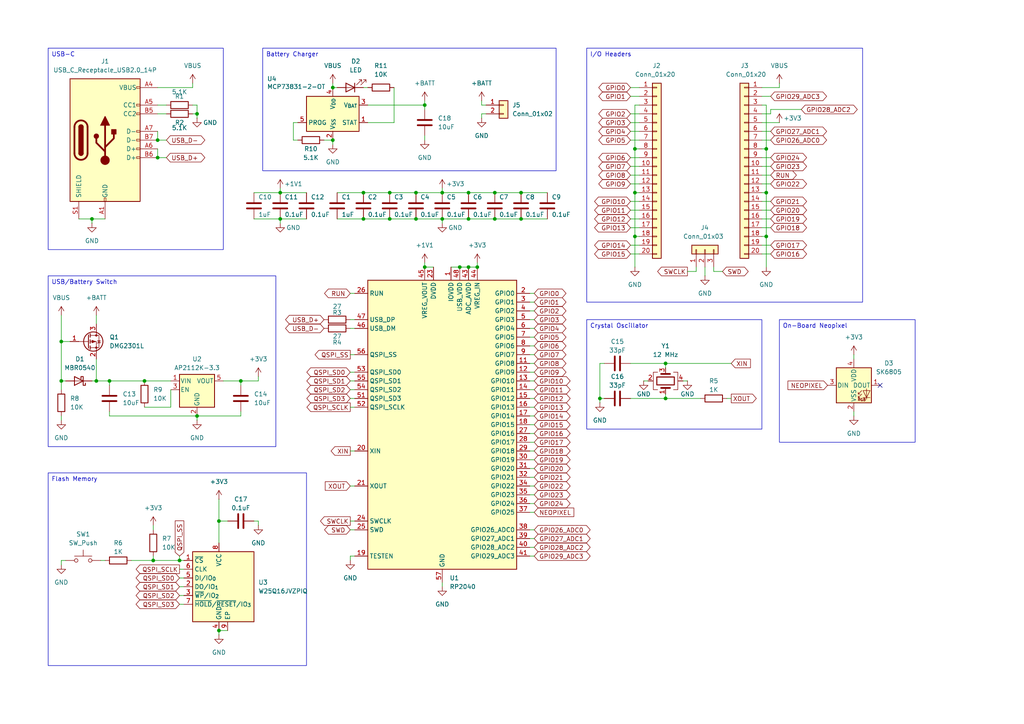
<source format=kicad_sch>
(kicad_sch (version 20250114) (generator "eeschema") (generator_version "9.0")
  (paper "A4")
  (text_box "USB/Battery Switch" (at 13.97 80.01 0) (size 66.04 49.53) (margins 0.9525 0.9525 0.9525 0.9525) (effects (font (size 1.27 1.27)) (justify left top)))
  (text_box "I/O Headers" (at 170.18 13.97 0) (size 80.01 73.66) (margins 0.9525 0.9525 0.9525 0.9525) (effects (font (size 1.27 1.27)) (justify left top)))
  (text_box "Crystal Oscillator\n" (at 170.18 92.71 0) (size 50.8 31.75) (margins 0.9525 0.9525 0.9525 0.9525) (effects (font (size 1.27 1.27)) (justify left top)))
  (text_box "Battery Charger" (at 76.2 13.97 0) (size 85.09 35.56) (margins 0.9525 0.9525 0.9525 0.9525) (effects (font (size 1.27 1.27)) (justify left top)))
  (text_box "Flash Memory" (at 13.97 137.16 0) (size 74.93 55.88) (margins 0.9525 0.9525 0.9525 0.9525) (effects (font (size 1.27 1.27)) (justify left top)))
  (text_box "USB-C\n" (at 13.97 13.97 0) (size 50.8 58.42) (margins 0.9525 0.9525 0.9525 0.9525) (effects (font (size 1.27 1.27)) (justify left top)))
  (text_box "On-Board Neopixel\n" (at 226.06 92.71 0) (size 39.37 35.56) (margins 0.9525 0.9525 0.9525 0.9525) (effects (font (size 1.27 1.27)) (justify left top)))
  (junction (at 81.28 63.5))
  (junction (at 184.15 43.18))
  (junction (at 184.15 55.88))
  (junction (at 222.25 68.58))
  (junction (at 138.43 77.47))
  (junction (at 123.19 30.48))
  (junction (at 151.13 55.88))
  (junction (at 17.78 110.49))
  (junction (at 57.15 33.02))
  (junction (at 128.27 63.5))
  (junction (at 69.85 110.49))
  (junction (at 63.5 151.13))
  (junction (at 184.15 68.58))
  (junction (at 135.89 63.5))
  (junction (at 113.03 63.5))
  (junction (at 128.27 55.88))
  (junction (at 96.52 25.4))
  (junction (at 45.72 40.64))
  (junction (at 222.25 43.18))
  (junction (at 52.07 162.56))
  (junction (at 96.52 40.64))
  (junction (at 17.78 99.06))
  (junction (at 151.13 63.5))
  (junction (at 31.75 110.49))
  (junction (at 113.03 55.88))
  (junction (at 120.65 63.5))
  (junction (at 27.94 110.49))
  (junction (at 222.25 55.88))
  (junction (at 133.35 77.47))
  (junction (at 120.65 55.88))
  (junction (at 63.5 182.88))
  (junction (at 41.91 110.49))
  (junction (at 44.45 162.56))
  (junction (at 123.19 77.47))
  (junction (at 45.72 45.72))
  (junction (at 135.89 55.88))
  (junction (at 57.15 120.65))
  (junction (at 193.04 105.41))
  (junction (at 173.99 115.57))
  (junction (at 135.89 77.47))
  (junction (at 81.28 55.88))
  (junction (at 105.41 63.5))
  (junction (at 193.04 115.57))
  (junction (at 143.51 55.88))
  (junction (at 143.51 63.5))
  (junction (at 105.41 55.88))
  (junction (at 26.67 63.5))
  (no_connect (at 255.27 111.76))
  (wire (pts (xy 130.81 77.47) (xy 133.35 77.47)))
  (wire (pts (xy 105.41 25.4) (xy 106.68 25.4)))
  (wire (pts (xy 101.6 92.71) (xy 102.87 92.71)))
  (wire (pts (xy 232.41 31.75) (xy 223.52 31.75)))
  (wire (pts (xy 153.67 153.67) (xy 154.94 153.67)))
  (wire (pts (xy 182.88 27.94) (xy 185.42 27.94)))
  (wire (pts (xy 123.19 77.47) (xy 125.73 77.47)))
  (wire (pts (xy 45.72 25.4) (xy 55.88 25.4)))
  (wire (pts (xy 193.04 105.41) (xy 182.88 105.41)))
  (wire (pts (xy 101.6 151.13) (xy 102.87 151.13)))
  (wire (pts (xy 154.94 140.97) (xy 153.67 140.97)))
  (wire (pts (xy 207.01 78.74) (xy 207.01 77.47)))
  (wire (pts (xy 52.07 165.1) (xy 53.34 165.1)))
  (wire (pts (xy 63.5 151.13) (xy 63.5 157.48)))
  (wire (pts (xy 114.3 25.4) (xy 114.3 35.56)))
  (wire (pts (xy 101.6 153.67) (xy 102.87 153.67)))
  (wire (pts (xy 184.15 77.47) (xy 184.15 68.58)))
  (wire (pts (xy 123.19 29.21) (xy 123.19 30.48)))
  (wire (pts (xy 17.78 99.06) (xy 17.78 110.49)))
  (wire (pts (xy 153.67 158.75) (xy 154.94 158.75)))
  (wire (pts (xy 220.98 71.12) (xy 223.52 71.12)))
  (wire (pts (xy 45.72 40.64) (xy 48.26 40.64)))
  (wire (pts (xy 182.88 53.34) (xy 185.42 53.34)))
  (wire (pts (xy 222.25 55.88) (xy 220.98 55.88)))
  (wire (pts (xy 101.6 95.25) (xy 102.87 95.25)))
  (wire (pts (xy 184.15 68.58) (xy 185.42 68.58)))
  (wire (pts (xy 17.78 120.65) (xy 17.78 121.92)))
  (wire (pts (xy 128.27 54.61) (xy 128.27 55.88)))
  (wire (pts (xy 120.65 55.88) (xy 128.27 55.88)))
  (wire (pts (xy 220.98 60.96) (xy 223.52 60.96)))
  (wire (pts (xy 128.27 55.88) (xy 135.89 55.88)))
  (wire (pts (xy 85.09 40.64) (xy 86.36 40.64)))
  (wire (pts (xy 173.99 115.57) (xy 175.26 115.57)))
  (wire (pts (xy 153.67 92.71) (xy 154.94 92.71)))
  (wire (pts (xy 173.99 105.41) (xy 175.26 105.41)))
  (wire (pts (xy 97.79 63.5) (xy 105.41 63.5)))
  (wire (pts (xy 153.67 90.17) (xy 154.94 90.17)))
  (wire (pts (xy 187.96 110.49) (xy 186.69 110.49)))
  (wire (pts (xy 184.15 30.48) (xy 185.42 30.48)))
  (wire (pts (xy 139.7 29.21) (xy 139.7 30.48)))
  (wire (pts (xy 182.88 73.66) (xy 185.42 73.66)))
  (wire (pts (xy 153.67 113.03) (xy 154.94 113.03)))
  (wire (pts (xy 173.99 115.57) (xy 173.99 105.41)))
  (wire (pts (xy 182.88 33.02) (xy 185.42 33.02)))
  (wire (pts (xy 31.75 119.38) (xy 31.75 120.65)))
  (wire (pts (xy 153.67 161.29) (xy 154.94 161.29)))
  (wire (pts (xy 153.67 138.43) (xy 154.94 138.43)))
  (wire (pts (xy 220.98 58.42) (xy 223.52 58.42)))
  (wire (pts (xy 153.67 105.41) (xy 154.94 105.41)))
  (wire (pts (xy 101.6 113.03) (xy 102.87 113.03)))
  (wire (pts (xy 41.91 118.11) (xy 49.53 118.11)))
  (wire (pts (xy 182.88 60.96) (xy 185.42 60.96)))
  (wire (pts (xy 220.98 38.1) (xy 223.52 38.1)))
  (wire (pts (xy 226.06 35.56) (xy 220.98 35.56)))
  (wire (pts (xy 201.93 78.74) (xy 201.93 77.47)))
  (wire (pts (xy 128.27 63.5) (xy 135.89 63.5)))
  (wire (pts (xy 57.15 120.65) (xy 57.15 121.92)))
  (wire (pts (xy 220.98 30.48) (xy 222.25 30.48)))
  (wire (pts (xy 85.09 35.56) (xy 86.36 35.56)))
  (wire (pts (xy 29.21 162.56) (xy 30.48 162.56)))
  (wire (pts (xy 41.91 110.49) (xy 49.53 110.49)))
  (wire (pts (xy 26.67 63.5) (xy 30.48 63.5)))
  (wire (pts (xy 198.12 110.49) (xy 199.39 110.49)))
  (wire (pts (xy 153.67 87.63) (xy 154.94 87.63)))
  (wire (pts (xy 52.07 161.29) (xy 52.07 162.56)))
  (wire (pts (xy 45.72 38.1) (xy 45.72 40.64)))
  (wire (pts (xy 55.88 30.48) (xy 57.15 30.48)))
  (wire (pts (xy 74.93 152.4) (xy 74.93 151.13)))
  (wire (pts (xy 226.06 24.13) (xy 226.06 25.4)))
  (wire (pts (xy 222.25 43.18) (xy 222.25 55.88)))
  (wire (pts (xy 101.6 102.87) (xy 102.87 102.87)))
  (wire (pts (xy 45.72 33.02) (xy 48.26 33.02)))
  (wire (pts (xy 81.28 54.61) (xy 81.28 55.88)))
  (wire (pts (xy 101.6 140.97) (xy 102.87 140.97)))
  (wire (pts (xy 74.93 151.13) (xy 73.66 151.13)))
  (wire (pts (xy 153.67 100.33) (xy 154.94 100.33)))
  (wire (pts (xy 153.67 118.11) (xy 154.94 118.11)))
  (wire (pts (xy 139.7 33.02) (xy 140.97 33.02)))
  (wire (pts (xy 153.67 143.51) (xy 154.94 143.51)))
  (wire (pts (xy 64.77 110.49) (xy 69.85 110.49)))
  (wire (pts (xy 220.98 43.18) (xy 222.25 43.18)))
  (wire (pts (xy 81.28 55.88) (xy 88.9 55.88)))
  (wire (pts (xy 193.04 106.68) (xy 193.04 105.41)))
  (wire (pts (xy 182.88 40.64) (xy 185.42 40.64)))
  (wire (pts (xy 128.27 168.91) (xy 128.27 170.18)))
  (wire (pts (xy 199.39 78.74) (xy 201.93 78.74)))
  (wire (pts (xy 113.03 55.88) (xy 120.65 55.88)))
  (wire (pts (xy 173.99 116.84) (xy 173.99 115.57)))
  (wire (pts (xy 220.98 73.66) (xy 223.52 73.66)))
  (wire (pts (xy 69.85 110.49) (xy 69.85 111.76)))
  (wire (pts (xy 184.15 68.58) (xy 184.15 55.88)))
  (wire (pts (xy 26.67 63.5) (xy 26.67 64.77)))
  (wire (pts (xy 153.67 97.79) (xy 154.94 97.79)))
  (wire (pts (xy 63.5 182.88) (xy 66.04 182.88)))
  (wire (pts (xy 26.67 110.49) (xy 27.94 110.49)))
  (wire (pts (xy 153.67 107.95) (xy 154.94 107.95)))
  (wire (pts (xy 31.75 110.49) (xy 41.91 110.49)))
  (wire (pts (xy 182.88 48.26) (xy 185.42 48.26)))
  (wire (pts (xy 182.88 38.1) (xy 185.42 38.1)))
  (wire (pts (xy 105.41 63.5) (xy 113.03 63.5)))
  (wire (pts (xy 184.15 43.18) (xy 184.15 30.48)))
  (wire (pts (xy 222.25 77.47) (xy 222.25 68.58)))
  (wire (pts (xy 223.52 31.75) (xy 223.52 33.02)))
  (wire (pts (xy 153.67 85.09) (xy 154.94 85.09)))
  (wire (pts (xy 97.79 55.88) (xy 105.41 55.88)))
  (wire (pts (xy 73.66 55.88) (xy 81.28 55.88)))
  (wire (pts (xy 203.2 115.57) (xy 193.04 115.57)))
  (wire (pts (xy 135.89 55.88) (xy 143.51 55.88)))
  (wire (pts (xy 105.41 55.88) (xy 113.03 55.88)))
  (wire (pts (xy 139.7 34.29) (xy 139.7 33.02)))
  (wire (pts (xy 55.88 24.13) (xy 55.88 25.4)))
  (wire (pts (xy 153.67 115.57) (xy 154.94 115.57)))
  (wire (pts (xy 22.86 63.5) (xy 26.67 63.5)))
  (wire (pts (xy 106.68 30.48) (xy 123.19 30.48)))
  (wire (pts (xy 182.88 35.56) (xy 185.42 35.56)))
  (wire (pts (xy 52.07 162.56) (xy 53.34 162.56)))
  (wire (pts (xy 52.07 175.26) (xy 53.34 175.26)))
  (wire (pts (xy 63.5 182.88) (xy 63.5 184.15)))
  (wire (pts (xy 57.15 30.48) (xy 57.15 33.02)))
  (wire (pts (xy 182.88 58.42) (xy 185.42 58.42)))
  (wire (pts (xy 128.27 63.5) (xy 128.27 64.77)))
  (wire (pts (xy 153.67 146.05) (xy 154.94 146.05)))
  (wire (pts (xy 27.94 104.14) (xy 27.94 110.49)))
  (wire (pts (xy 184.15 43.18) (xy 185.42 43.18)))
  (wire (pts (xy 153.67 156.21) (xy 154.94 156.21)))
  (wire (pts (xy 220.98 45.72) (xy 223.52 45.72)))
  (wire (pts (xy 151.13 63.5) (xy 158.75 63.5)))
  (wire (pts (xy 101.6 85.09) (xy 102.87 85.09)))
  (wire (pts (xy 96.52 25.4) (xy 97.79 25.4)))
  (wire (pts (xy 123.19 39.37) (xy 123.19 40.64)))
  (wire (pts (xy 45.72 45.72) (xy 45.72 43.18)))
  (wire (pts (xy 153.67 130.81) (xy 154.94 130.81)))
  (wire (pts (xy 220.98 40.64) (xy 223.52 40.64)))
  (wire (pts (xy 139.7 30.48) (xy 140.97 30.48)))
  (wire (pts (xy 55.88 33.02) (xy 57.15 33.02)))
  (wire (pts (xy 52.07 167.64) (xy 53.34 167.64)))
  (wire (pts (xy 182.88 71.12) (xy 185.42 71.12)))
  (wire (pts (xy 222.25 68.58) (xy 222.25 55.88)))
  (wire (pts (xy 184.15 55.88) (xy 185.42 55.88)))
  (wire (pts (xy 182.88 66.04) (xy 185.42 66.04)))
  (wire (pts (xy 204.47 77.47) (xy 204.47 80.01)))
  (wire (pts (xy 81.28 63.5) (xy 81.28 64.77)))
  (wire (pts (xy 63.5 151.13) (xy 66.04 151.13)))
  (wire (pts (xy 101.6 118.11) (xy 102.87 118.11)))
  (wire (pts (xy 220.98 66.04) (xy 223.52 66.04)))
  (wire (pts (xy 101.6 110.49) (xy 102.87 110.49)))
  (wire (pts (xy 210.82 115.57) (xy 212.09 115.57)))
  (wire (pts (xy 44.45 162.56) (xy 44.45 161.29)))
  (wire (pts (xy 184.15 55.88) (xy 184.15 43.18)))
  (wire (pts (xy 17.78 162.56) (xy 17.78 163.83)))
  (wire (pts (xy 69.85 119.38) (xy 69.85 120.65)))
  (wire (pts (xy 138.43 76.2) (xy 138.43 77.47)))
  (wire (pts (xy 153.67 123.19) (xy 154.94 123.19)))
  (wire (pts (xy 27.94 91.44) (xy 27.94 93.98)))
  (wire (pts (xy 123.19 30.48) (xy 123.19 31.75)))
  (wire (pts (xy 69.85 110.49) (xy 74.93 110.49)))
  (wire (pts (xy 20.32 99.06) (xy 17.78 99.06)))
  (wire (pts (xy 52.07 162.56) (xy 44.45 162.56)))
  (wire (pts (xy 182.88 63.5) (xy 185.42 63.5)))
  (wire (pts (xy 220.98 27.94) (xy 223.52 27.94)))
  (wire (pts (xy 81.28 63.5) (xy 88.9 63.5)))
  (wire (pts (xy 85.09 35.56) (xy 85.09 40.64)))
  (wire (pts (xy 220.98 25.4) (xy 226.06 25.4)))
  (wire (pts (xy 93.98 40.64) (xy 96.52 40.64)))
  (wire (pts (xy 153.67 125.73) (xy 154.94 125.73)))
  (wire (pts (xy 220.98 63.5) (xy 223.52 63.5)))
  (wire (pts (xy 44.45 152.4) (xy 44.45 153.67)))
  (wire (pts (xy 17.78 110.49) (xy 17.78 113.03)))
  (wire (pts (xy 222.25 30.48) (xy 222.25 43.18)))
  (wire (pts (xy 153.67 133.35) (xy 154.94 133.35)))
  (wire (pts (xy 182.88 115.57) (xy 193.04 115.57)))
  (wire (pts (xy 27.94 110.49) (xy 31.75 110.49)))
  (wire (pts (xy 247.65 102.87) (xy 247.65 104.14)))
  (wire (pts (xy 45.72 45.72) (xy 48.26 45.72)))
  (wire (pts (xy 153.67 120.65) (xy 154.94 120.65)))
  (wire (pts (xy 74.93 109.22) (xy 74.93 110.49)))
  (wire (pts (xy 45.72 30.48) (xy 48.26 30.48)))
  (wire (pts (xy 113.03 63.5) (xy 120.65 63.5)))
  (wire (pts (xy 153.67 102.87) (xy 154.94 102.87)))
  (wire (pts (xy 153.67 95.25) (xy 154.94 95.25)))
  (wire (pts (xy 247.65 119.38) (xy 247.65 120.65)))
  (wire (pts (xy 101.6 161.29) (xy 102.87 161.29)))
  (wire (pts (xy 101.6 115.57) (xy 102.87 115.57)))
  (wire (pts (xy 153.67 148.59) (xy 154.94 148.59)))
  (wire (pts (xy 153.67 110.49) (xy 154.94 110.49)))
  (wire (pts (xy 151.13 55.88) (xy 158.75 55.88)))
  (wire (pts (xy 182.88 45.72) (xy 185.42 45.72)))
  (wire (pts (xy 193.04 105.41) (xy 212.09 105.41)))
  (wire (pts (xy 220.98 53.34) (xy 223.52 53.34)))
  (wire (pts (xy 17.78 91.44) (xy 17.78 99.06)))
  (wire (pts (xy 31.75 110.49) (xy 31.75 111.76)))
  (wire (pts (xy 209.55 78.74) (xy 207.01 78.74)))
  (wire (pts (xy 52.07 170.18) (xy 53.34 170.18)))
  (wire (pts (xy 133.35 77.47) (xy 135.89 77.47)))
  (wire (pts (xy 182.88 50.8) (xy 185.42 50.8)))
  (wire (pts (xy 101.6 162.56) (xy 101.6 161.29)))
  (wire (pts (xy 101.6 130.81) (xy 102.87 130.81)))
  (wire (pts (xy 135.89 77.47) (xy 138.43 77.47)))
  (wire (pts (xy 69.85 120.65) (xy 57.15 120.65)))
  (wire (pts (xy 182.88 25.4) (xy 185.42 25.4)))
  (wire (pts (xy 52.07 172.72) (xy 53.34 172.72)))
  (wire (pts (xy 193.04 115.57) (xy 193.04 114.3)))
  (wire (pts (xy 153.67 135.89) (xy 154.94 135.89)))
  (wire (pts (xy 220.98 50.8) (xy 223.52 50.8)))
  (wire (pts (xy 123.19 76.2) (xy 123.19 77.47)))
  (wire (pts (xy 220.98 33.02) (xy 223.52 33.02)))
  (wire (pts (xy 143.51 55.88) (xy 151.13 55.88)))
  (wire (pts (xy 135.89 63.5) (xy 143.51 63.5)))
  (wire (pts (xy 101.6 107.95) (xy 102.87 107.95)))
  (wire (pts (xy 96.52 24.13) (xy 96.52 25.4)))
  (wire (pts (xy 63.5 144.78) (xy 63.5 151.13)))
  (wire (pts (xy 114.3 35.56) (xy 106.68 35.56)))
  (wire (pts (xy 49.53 118.11) (xy 49.53 113.03)))
  (wire (pts (xy 57.15 33.02) (xy 57.15 34.29)))
  (wire (pts (xy 220.98 68.58) (xy 222.25 68.58)))
  (wire (pts (xy 73.66 63.5) (xy 81.28 63.5)))
  (wire (pts (xy 96.52 40.64) (xy 96.52 41.91)))
  (wire (pts (xy 17.78 162.56) (xy 19.05 162.56)))
  (wire (pts (xy 143.51 63.5) (xy 151.13 63.5)))
  (wire (pts (xy 38.1 162.56) (xy 44.45 162.56)))
  (wire (pts (xy 120.65 63.5) (xy 128.27 63.5)))
  (wire (pts (xy 153.67 128.27) (xy 154.94 128.27)))
  (wire (pts (xy 31.75 120.65) (xy 57.15 120.65)))
  (wire (pts (xy 17.78 110.49) (xy 19.05 110.49)))
  (wire (pts (xy 220.98 48.26) (xy 223.52 48.26)))
  (global_label "GPIO19" (shape bidirectional) (at 223.52 63.5 0) (property "Intersheetrefs" "${INTERSHEET_REFS}" (effects (hide yes))))
  (global_label "GPIO1" (shape bidirectional) (at 182.88 27.94 180) (property "Intersheetrefs" "${INTERSHEET_REFS}" (effects (hide yes))))
  (global_label "GPIO26_ADC0" (shape bidirectional) (at 223.52 40.64 0) (property "Intersheetrefs" "${INTERSHEET_REFS}" (effects (hide yes))))
  (global_label "GPIO10" (shape bidirectional) (at 182.88 58.42 180) (property "Intersheetrefs" "${INTERSHEET_REFS}" (effects (hide yes))))
  (global_label "GPIO0" (shape bidirectional) (at 154.94 85.09 0) (property "Intersheetrefs" "${INTERSHEET_REFS}" (effects (hide yes))))
  (global_label "GPIO8" (shape bidirectional) (at 182.88 50.8 180) (property "Intersheetrefs" "${INTERSHEET_REFS}" (effects (hide yes))))
  (global_label "XOUT" (shape output) (at 212.09 115.57 0) (property "Intersheetrefs" "${INTERSHEET_REFS}" (effects (hide yes))))
  (global_label "QSPI_SD1" (shape bidirectional) (at 52.07 170.18 180) (property "Intersheetrefs" "${INTERSHEET_REFS}" (effects (hide yes))))
  (global_label "GPIO2" (shape bidirectional) (at 154.94 90.17 0) (property "Intersheetrefs" "${INTERSHEET_REFS}" (effects (hide yes))))
  (global_label "GPIO0" (shape bidirectional) (at 182.88 25.4 180) (property "Intersheetrefs" "${INTERSHEET_REFS}" (effects (hide yes))))
  (global_label "XIN" (shape input) (at 212.09 105.41 0) (property "Intersheetrefs" "${INTERSHEET_REFS}" (effects (hide yes))))
  (global_label "GPIO9" (shape bidirectional) (at 154.94 107.95 0) (property "Intersheetrefs" "${INTERSHEET_REFS}" (effects (hide yes))))
  (global_label "GPIO16" (shape bidirectional) (at 154.94 125.73 0) (property "Intersheetrefs" "${INTERSHEET_REFS}" (effects (hide yes))))
  (global_label "USB_D-" (shape bidirectional) (at 48.26 40.64 0) (property "Intersheetrefs" "${INTERSHEET_REFS}" (effects (hide yes))))
  (global_label "GPIO9" (shape bidirectional) (at 182.88 53.34 180) (property "Intersheetrefs" "${INTERSHEET_REFS}" (effects (hide yes))))
  (global_label "GPIO5" (shape bidirectional) (at 154.94 97.79 0) (property "Intersheetrefs" "${INTERSHEET_REFS}" (effects (hide yes))))
  (global_label "SWD" (shape bidirectional) (at 101.6 153.67 180) (property "Intersheetrefs" "${INTERSHEET_REFS}" (effects (hide yes))))
  (global_label "GPIO3" (shape bidirectional) (at 182.88 35.56 180) (property "Intersheetrefs" "${INTERSHEET_REFS}" (effects (hide yes))))
  (global_label "QSPI_SD1" (shape bidirectional) (at 101.6 110.49 180) (property "Intersheetrefs" "${INTERSHEET_REFS}" (effects (hide yes))))
  (global_label "GPIO18" (shape bidirectional) (at 154.94 130.81 0) (property "Intersheetrefs" "${INTERSHEET_REFS}" (effects (hide yes))))
  (global_label "QSPI_SS" (shape output) (at 101.6 102.87 180) (property "Intersheetrefs" "${INTERSHEET_REFS}" (effects (hide yes))))
  (global_label "GPIO11" (shape bidirectional) (at 154.94 113.03 0) (property "Intersheetrefs" "${INTERSHEET_REFS}" (effects (hide yes))))
  (global_label "USB_D-" (shape bidirectional) (at 93.98 95.25 180) (property "Intersheetrefs" "${INTERSHEET_REFS}" (effects (hide yes))))
  (global_label "GPIO5" (shape bidirectional) (at 182.88 40.64 180) (property "Intersheetrefs" "${INTERSHEET_REFS}" (effects (hide yes))))
  (global_label "QSPI_SD2" (shape bidirectional) (at 52.07 172.72 180) (property "Intersheetrefs" "${INTERSHEET_REFS}" (effects (hide yes))))
  (global_label "GPIO15" (shape bidirectional) (at 182.88 73.66 180) (property "Intersheetrefs" "${INTERSHEET_REFS}" (effects (hide yes))))
  (global_label "QSPI_SD0" (shape bidirectional) (at 52.07 167.64 180) (property "Intersheetrefs" "${INTERSHEET_REFS}" (effects (hide yes))))
  (global_label "GPIO23" (shape bidirectional) (at 223.52 48.26 0) (property "Intersheetrefs" "${INTERSHEET_REFS}" (effects (hide yes))))
  (global_label "GPIO8" (shape bidirectional) (at 154.94 105.41 0) (property "Intersheetrefs" "${INTERSHEET_REFS}" (effects (hide yes))))
  (global_label "GPIO28_ADC2" (shape bidirectional) (at 232.41 31.75 0) (property "Intersheetrefs" "${INTERSHEET_REFS}" (effects (hide yes))))
  (global_label "GPIO17" (shape bidirectional) (at 223.52 71.12 0) (property "Intersheetrefs" "${INTERSHEET_REFS}" (effects (hide yes))))
  (global_label "RUN" (shape bidirectional) (at 223.52 50.8 0) (property "Intersheetrefs" "${INTERSHEET_REFS}" (effects (hide yes))))
  (global_label "GPIO4" (shape bidirectional) (at 154.94 95.25 0) (property "Intersheetrefs" "${INTERSHEET_REFS}" (effects (hide yes))))
  (global_label "QSPI_SD0" (shape bidirectional) (at 101.6 107.95 180) (property "Intersheetrefs" "${INTERSHEET_REFS}" (effects (hide yes))))
  (global_label "GPIO10" (shape bidirectional) (at 154.94 110.49 0) (property "Intersheetrefs" "${INTERSHEET_REFS}" (effects (hide yes))))
  (global_label "QSPI_SD3" (shape bidirectional) (at 101.6 115.57 180) (property "Intersheetrefs" "${INTERSHEET_REFS}" (effects (hide yes))))
  (global_label "GPIO27_ADC1" (shape bidirectional) (at 154.94 156.21 0) (property "Intersheetrefs" "${INTERSHEET_REFS}" (effects (hide yes))))
  (global_label "GPIO22" (shape bidirectional) (at 223.52 53.34 0) (property "Intersheetrefs" "${INTERSHEET_REFS}" (effects (hide yes))))
  (global_label "QSPI_SS" (shape input) (at 52.07 161.29 90) (property "Intersheetrefs" "${INTERSHEET_REFS}" (effects (hide yes))))
  (global_label "GPIO23" (shape bidirectional) (at 154.94 143.51 0) (property "Intersheetrefs" "${INTERSHEET_REFS}" (effects (hide yes))))
  (global_label "RUN" (shape bidirectional) (at 101.6 85.09 180) (property "Intersheetrefs" "${INTERSHEET_REFS}" (effects (hide yes))))
  (global_label "GPIO21" (shape bidirectional) (at 223.52 58.42 0) (property "Intersheetrefs" "${INTERSHEET_REFS}" (effects (hide yes))))
  (global_label "GPIO3" (shape bidirectional) (at 154.94 92.71 0) (property "Intersheetrefs" "${INTERSHEET_REFS}" (effects (hide yes))))
  (global_label "GPIO24" (shape bidirectional) (at 154.94 146.05 0) (property "Intersheetrefs" "${INTERSHEET_REFS}" (effects (hide yes))))
  (global_label "GPIO6" (shape bidirectional) (at 182.88 45.72 180) (property "Intersheetrefs" "${INTERSHEET_REFS}" (effects (hide yes))))
  (global_label "GPIO22" (shape bidirectional) (at 154.94 140.97 0) (property "Intersheetrefs" "${INTERSHEET_REFS}" (effects (hide yes))))
  (global_label "GPIO29_ADC3" (shape bidirectional) (at 154.94 161.29 0) (property "Intersheetrefs" "${INTERSHEET_REFS}" (effects (hide yes))))
  (global_label "SWCLK" (shape output) (at 199.39 78.74 180) (property "Intersheetrefs" "${INTERSHEET_REFS}" (effects (hide yes))))
  (global_label "GPIO28_ADC2" (shape bidirectional) (at 154.94 158.75 0) (property "Intersheetrefs" "${INTERSHEET_REFS}" (effects (hide yes))))
  (global_label "SWD" (shape bidirectional) (at 209.55 78.74 0) (property "Intersheetrefs" "${INTERSHEET_REFS}" (effects (hide yes))))
  (global_label "GPIO18" (shape bidirectional) (at 223.52 66.04 0) (property "Intersheetrefs" "${INTERSHEET_REFS}" (effects (hide yes))))
  (global_label "GPIO1" (shape bidirectional) (at 154.94 87.63 0) (property "Intersheetrefs" "${INTERSHEET_REFS}" (effects (hide yes))))
  (global_label "SWCLK" (shape output) (at 101.6 151.13 180) (property "Intersheetrefs" "${INTERSHEET_REFS}" (effects (hide yes))))
  (global_label "USB_D+" (shape bidirectional) (at 93.98 92.71 180) (property "Intersheetrefs" "${INTERSHEET_REFS}" (effects (hide yes))))
  (global_label "USB_D+" (shape bidirectional) (at 48.26 45.72 0) (property "Intersheetrefs" "${INTERSHEET_REFS}" (effects (hide yes))))
  (global_label "GPIO24" (shape bidirectional) (at 223.52 45.72 0) (property "Intersheetrefs" "${INTERSHEET_REFS}" (effects (hide yes))))
  (global_label "GPIO12" (shape bidirectional) (at 154.94 115.57 0) (property "Intersheetrefs" "${INTERSHEET_REFS}" (effects (hide yes))))
  (global_label "QSPI_SD2" (shape bidirectional) (at 101.6 113.03 180) (property "Intersheetrefs" "${INTERSHEET_REFS}" (effects (hide yes))))
  (global_label "NEOPIXEL" (shape input) (at 240.03 111.76 180) (property "Intersheetrefs" "${INTERSHEET_REFS}" (effects (hide yes))))
  (global_label "GPIO20" (shape bidirectional) (at 154.94 135.89 0) (property "Intersheetrefs" "${INTERSHEET_REFS}" (effects (hide yes))))
  (global_label "GPIO4" (shape bidirectional) (at 182.88 38.1 180) (property "Intersheetrefs" "${INTERSHEET_REFS}" (effects (hide yes))))
  (global_label "QSPI_SD3" (shape bidirectional) (at 52.07 175.26 180) (property "Intersheetrefs" "${INTERSHEET_REFS}" (effects (hide yes))))
  (global_label "GPIO21" (shape bidirectional) (at 154.94 138.43 0) (property "Intersheetrefs" "${INTERSHEET_REFS}" (effects (hide yes))))
  (global_label "GPIO13" (shape bidirectional) (at 182.88 66.04 180) (property "Intersheetrefs" "${INTERSHEET_REFS}" (effects (hide yes))))
  (global_label "GPIO7" (shape bidirectional) (at 154.94 102.87 0) (property "Intersheetrefs" "${INTERSHEET_REFS}" (effects (hide yes))))
  (global_label "GPIO17" (shape bidirectional) (at 154.94 128.27 0) (property "Intersheetrefs" "${INTERSHEET_REFS}" (effects (hide yes))))
  (global_label "GPIO13" (shape bidirectional) (at 154.94 118.11 0) (property "Intersheetrefs" "${INTERSHEET_REFS}" (effects (hide yes))))
  (global_label "XOUT" (shape input) (at 101.6 140.97 180) (property "Intersheetrefs" "${INTERSHEET_REFS}" (effects (hide yes))))
  (global_label "GPIO27_ADC1" (shape bidirectional) (at 223.52 38.1 0) (property "Intersheetrefs" "${INTERSHEET_REFS}" (effects (hide yes))))
  (global_label "GPIO15" (shape bidirectional) (at 154.94 123.19 0) (property "Intersheetrefs" "${INTERSHEET_REFS}" (effects (hide yes))))
  (global_label "XIN" (shape output) (at 101.6 130.81 180) (property "Intersheetrefs" "${INTERSHEET_REFS}" (effects (hide yes))))
  (global_label "QSPI_SCLK" (shape output) (at 52.07 165.1 180) (property "Intersheetrefs" "${INTERSHEET_REFS}" (effects (hide yes))))
  (global_label "NEOPIXEL" (shape input) (at 154.94 148.59 0) (property "Intersheetrefs" "${INTERSHEET_REFS}" (effects (hide yes))))
  (global_label "GPIO20" (shape bidirectional) (at 223.52 60.96 0) (property "Intersheetrefs" "${INTERSHEET_REFS}" (effects (hide yes))))
  (global_label "GPIO6" (shape bidirectional) (at 154.94 100.33 0) (property "Intersheetrefs" "${INTERSHEET_REFS}" (effects (hide yes))))
  (global_label "GPIO14" (shape bidirectional) (at 182.88 71.12 180) (property "Intersheetrefs" "${INTERSHEET_REFS}" (effects (hide yes))))
  (global_label "GPIO29_ADC3" (shape bidirectional) (at 223.52 27.94 0) (property "Intersheetrefs" "${INTERSHEET_REFS}" (effects (hide yes))))
  (global_label "GPIO12" (shape bidirectional) (at 182.88 63.5 180) (property "Intersheetrefs" "${INTERSHEET_REFS}" (effects (hide yes))))
  (global_label "GPIO14" (shape bidirectional) (at 154.94 120.65 0) (property "Intersheetrefs" "${INTERSHEET_REFS}" (effects (hide yes))))
  (global_label "GPIO16" (shape bidirectional) (at 223.52 73.66 0) (property "Intersheetrefs" "${INTERSHEET_REFS}" (effects (hide yes))))
  (global_label "GPIO7" (shape bidirectional) (at 182.88 48.26 180) (property "Intersheetrefs" "${INTERSHEET_REFS}" (effects (hide yes))))
  (global_label "GPIO11" (shape bidirectional) (at 182.88 60.96 180) (property "Intersheetrefs" "${INTERSHEET_REFS}" (effects (hide yes))))
  (global_label "QSPI_SCLK" (shape output) (at 101.6 118.11 180) (property "Intersheetrefs" "${INTERSHEET_REFS}" (effects (hide yes))))
  (global_label "GPIO26_ADC0" (shape bidirectional) (at 154.94 153.67 0) (property "Intersheetrefs" "${INTERSHEET_REFS}" (effects (hide yes))))
  (global_label "GPIO2" (shape bidirectional) (at 182.88 33.02 180) (property "Intersheetrefs" "${INTERSHEET_REFS}" (effects (hide yes))))
  (global_label "GPIO19" (shape bidirectional) (at 154.94 133.35 0) (property "Intersheetrefs" "${INTERSHEET_REFS}" (effects (hide yes))))
  (symbol (lib_id "Device:C") (at 31.75 115.57 0) (unit 1)
    (property "Reference" "C13" (at 35.56 114.2999 0) (effects (justify left)))
    (property "Value" "10uF" (at 35.56 116.8399 0) (effects (justify left)))
    (property "Footprint" "Capacitor_SMD:C_0402_1005Metric" (effects (hide yes)))
    (property "Description" "Unpolarized capacitor" (effects (hide yes)))
  )
  (symbol (lib_id "power:+3V3") (at 138.43 76.2 0) (unit 1)
    (property "Reference" "#PWR02" (effects (hide yes)))
    (property "Value" "+3V3" (at 138.43 71.12 0))
    (property "Description" "Power symbol creates a global label with name \"+3V3\"" (effects (hide yes)))
  )
  (symbol (lib_id "Memory_Flash:W25Q32JVZP") (at 63.5 170.18 0) (unit 1)
    (property "Reference" "U3" (at 74.93 168.9099 0) (effects (justify left)))
    (property "Value" "W25Q16JVZPIQ" (at 74.93 171.4499 0) (effects (justify left)))
    (property "Footprint" "Package_SON:Winbond_USON-8-1EP_3x2mm_P0.5mm_EP0.2x1.6mm" (effects (hide yes)))
    (property "Datasheet" "http://www.winbond.com/resource-files/w25q32jv%20revg%2003272018%20plus.pdf" (effects (hide yes)))
    (property "Description" "32Mbit / 4MiB Serial Flash Memory, Standard/Dual/Quad SPI, 2.7-3.6V, WSON-8" (effects (hide yes)))
  )
  (symbol (lib_id "power:GND") (at 128.27 170.18 0) (unit 1)
    (property "Reference" "#PWR07" (effects (hide yes)))
    (property "Value" "GND" (at 128.27 175.26 0))
    (property "Description" "Power symbol creates a global label with name \"GND\" , ground" (effects (hide yes)))
  )
  (symbol (lib_id "Battery_Management:MCP73831-2-OT") (at 96.52 33.02 0) (unit 1)
    (property "Reference" "U4" (at 77.47 22.86 0) (effects (justify left)))
    (property "Value" "MCP73831-2-OT" (at 77.47 25.146 0) (effects (justify left)))
    (property "Footprint" "Package_TO_SOT_SMD:SOT-23-5" (effects (hide yes)))
    (property "Datasheet" "http://ww1.microchip.com/downloads/en/DeviceDoc/20001984g.pdf" (effects (hide yes)))
    (property "Description" "Single cell, Li-Ion/Li-Po charge management controller, 4.20V, Tri-State Status Output, in SOT23-5 package" (effects (hide yes)))
  )
  (symbol (lib_id "power:GND") (at 222.25 77.47 0) (unit 1)
    (property "Reference" "#PWR035" (effects (hide yes)))
    (property "Value" "GND" (at 222.25 82.55 0))
    (property "Description" "Power symbol creates a global label with name \"GND\" , ground" (effects (hide yes)))
  )
  (symbol (lib_id "power:+BATT") (at 27.94 91.44 0) (unit 1)
    (property "Reference" "#PWR012" (effects (hide yes)))
    (property "Value" "+BATT" (at 27.94 86.36 0))
    (property "Description" "Power symbol creates a global label with name \"+BATT\"" (effects (hide yes)))
  )
  (symbol (lib_id "Device:R") (at 17.78 116.84 0) (unit 1)
    (property "Reference" "R8" (at 20.32 115.5699 0) (effects (justify left)))
    (property "Value" "10K" (at 20.32 118.1099 0) (effects (justify left)))
    (property "Footprint" "Resistor_SMD:R_0402_1005Metric" (effects (hide yes)))
    (property "Description" "Resistor" (effects (hide yes)))
  )
  (symbol (lib_id "power:GND") (at 123.19 40.64 0) (unit 1)
    (property "Reference" "#PWR033" (effects (hide yes)))
    (property "Value" "GND" (at 123.19 45.72 0))
    (property "Description" "Power symbol creates a global label with name \"GND\" , ground" (effects (hide yes)))
  )
  (symbol (lib_id "power:GND") (at 26.67 64.77 0) (unit 1)
    (property "Reference" "#PWR08" (effects (hide yes)))
    (property "Value" "GND" (at 26.67 69.85 0))
    (property "Description" "Power symbol creates a global label with name \"GND\" , ground" (effects (hide yes)))
  )
  (symbol (lib_id "power:+3V3") (at 247.65 102.87 0) (unit 1)
    (property "Reference" "#PWR036" (effects (hide yes)))
    (property "Value" "+3V3" (at 247.65 97.79 0))
    (property "Description" "Power symbol creates a global label with name \"+3V3\"" (effects (hide yes)))
  )
  (symbol (lib_id "power:GND") (at 199.39 110.49 0) (unit 1)
    (property "Reference" "#PWR014" (effects (hide yes)))
    (property "Value" "GND" (at 199.39 114.3 0))
    (property "Description" "Power symbol creates a global label with name \"GND\" , ground" (effects (hide yes)))
  )
  (symbol (lib_id "Device:C") (at 81.28 59.69 0) (unit 1)
    (property "Reference" "C11" (at 82.55 57.15 0) (effects (justify left)))
    (property "Value" "0.1uF" (at 82.55 62.23 0) (effects (justify left)))
    (property "Footprint" "Capacitor_SMD:C_0402_1005Metric" (effects (hide yes)))
    (property "Description" "Unpolarized capacitor" (effects (hide yes)))
  )
  (symbol (lib_id "power:GND") (at 17.78 163.83 0) (unit 1)
    (property "Reference" "#PWR020" (effects (hide yes)))
    (property "Value" "GND" (at 17.78 168.91 0))
    (property "Description" "Power symbol creates a global label with name \"GND\" , ground" (effects (hide yes)))
  )
  (symbol (lib_id "power:+3V3") (at 128.27 54.61 0) (unit 1)
    (property "Reference" "#PWR03" (effects (hide yes)))
    (property "Value" "+3V3" (at 132.08 53.34 0))
    (property "Description" "Power symbol creates a global label with name \"+3V3\"" (effects (hide yes)))
  )
  (symbol (lib_id "power:+1V1") (at 123.19 76.2 0) (unit 1)
    (property "Reference" "#PWR01" (effects (hide yes)))
    (property "Value" "+1V1" (at 123.19 71.12 0))
    (property "Description" "Power symbol creates a global label with name \"+1V1\"" (effects (hide yes)))
  )
  (symbol (lib_id "Device:C") (at 88.9 59.69 0) (unit 1)
    (property "Reference" "C12" (at 90.17 57.15 0) (effects (justify left)))
    (property "Value" "0.1uF" (at 90.17 62.23 0) (effects (justify left)))
    (property "Footprint" "Capacitor_SMD:C_0402_1005Metric" (effects (hide yes)))
    (property "Description" "Unpolarized capacitor" (effects (hide yes)))
  )
  (symbol (lib_id "Device:Crystal_GND24") (at 193.04 110.49 90) (unit 1)
    (property "Reference" "Y1" (at 193.04 100.33 90))
    (property "Value" "12 MHz" (at 193.04 102.87 90))
    (property "Footprint" "Crystal:Crystal_SMD_3225-4Pin_3.2x2.5mm" (effects (hide yes)))
    (property "Description" "Four pin crystal, GND on pins 2 and 4" (effects (hide yes)))
  )
  (symbol (lib_id "Device:R") (at 90.17 40.64 270) (unit 1)
    (property "Reference" "R10" (at 90.17 43.18 90))
    (property "Value" "5.1K" (at 90.17 45.72 90))
    (property "Footprint" "Resistor_SMD:R_0402_1005Metric" (effects (hide yes)))
    (property "Description" "Resistor" (effects (hide yes)))
  )
  (symbol (lib_id "Device:C") (at 179.07 105.41 90) (unit 1)
    (property "Reference" "C15" (at 179.07 99.06 90))
    (property "Value" "33pF" (at 179.07 101.6 90))
    (property "Footprint" "Capacitor_SMD:C_0402_1005Metric" (effects (hide yes)))
    (property "Description" "Unpolarized capacitor" (effects (hide yes)))
  )
  (symbol (lib_id "power:GND") (at 57.15 121.92 0) (unit 1)
    (property "Reference" "#PWR027" (effects (hide yes)))
    (property "Value" "GND" (at 57.15 127 0))
    (property "Description" "Power symbol creates a global label with name \"GND\" , ground" (effects (hide yes)))
  )
  (symbol (lib_id "power:GND") (at 74.93 152.4 0) (unit 1)
    (property "Reference" "#PWR018" (effects (hide yes)))
    (property "Value" "GND" (at 74.93 157.48 0))
    (property "Description" "Power symbol creates a global label with name \"GND\" , ground" (effects (hide yes)))
  )
  (symbol (lib_id "power:+3V3") (at 74.93 109.22 0) (unit 1)
    (property "Reference" "#PWR026" (effects (hide yes)))
    (property "Value" "+3V3" (at 74.93 104.14 0))
    (property "Description" "Power symbol creates a global label with name \"+3V3\"" (effects (hide yes)))
  )
  (symbol (lib_id "Device:C") (at 69.85 115.57 0) (unit 1)
    (property "Reference" "C14" (at 73.66 114.2999 0) (effects (justify left)))
    (property "Value" "10uF" (at 73.66 116.8399 0) (effects (justify left)))
    (property "Footprint" "Capacitor_SMD:C_0402_1005Metric" (effects (hide yes)))
    (property "Description" "Unpolarized capacitor" (effects (hide yes)))
  )
  (symbol (lib_id "Transistor_FET:DMG2301L") (at 25.4 99.06 0) (unit 1)
    (property "Reference" "Q1" (at 31.75 97.7899 0) (effects (justify left)))
    (property "Value" "DMG2301L" (at 31.75 100.3299 0) (effects (justify left)))
    (property "Footprint" "Package_TO_SOT_SMD:SOT-23" (effects (hide yes)))
    (property "Datasheet" "https://www.diodes.com/assets/Datasheets/DMG2301L.pdf" (effects (hide yes)))
    (property "Description" "-3A Id, -20V Vds, P-Channel MOSFET, SOT-23" (effects (hide yes)))
  )
  (symbol (lib_id "Device:C") (at 105.41 59.69 0) (unit 1)
    (property "Reference" "C2" (at 106.68 57.15 0) (effects (justify left)))
    (property "Value" "0.1uF" (at 106.68 62.23 0) (effects (justify left)))
    (property "Footprint" "Capacitor_SMD:C_0402_1005Metric" (effects (hide yes)))
    (property "Description" "Unpolarized capacitor" (effects (hide yes)))
  )
  (symbol (lib_id "Device:LED") (at 101.6 25.4 180) (unit 1)
    (property "Reference" "D2" (at 103.1875 17.78 0))
    (property "Value" "LED" (at 103.1875 20.32 0))
    (property "Footprint" "LED_SMD:LED_0402_1005Metric" (effects (hide yes)))
    (property "Description" "Light emitting diode" (effects (hide yes)))
    (property "Sim.Pins" "1=K 2=A" (effects (hide yes)))
  )
  (symbol (lib_id "Connector_Generic:Conn_01x02") (at 146.05 30.48 0) (unit 1)
    (property "Reference" "J5" (at 148.59 30.4799 0) (effects (justify left)))
    (property "Value" "Conn_01x02" (at 148.59 33.0199 0) (effects (justify left)))
    (property "Footprint" "Connector_JST:JST_PH_S2B-PH-SM4-TB_1x02-1MP_P2.00mm_Horizontal" (effects (hide yes)))
    (property "Description" "Generic connector, single row, 01x02, script generated (kicad-library-utils/schlib/autogen/connector/)" (effects (hide yes)))
  )
  (symbol (lib_id "Device:C") (at 97.79 59.69 0) (unit 1)
    (property "Reference" "C1" (at 99.06 57.15 0) (effects (justify left)))
    (property "Value" "1uF" (at 99.06 62.23 0) (effects (justify left)))
    (property "Footprint" "Capacitor_SMD:C_0402_1005Metric" (effects (hide yes)))
    (property "Description" "Unpolarized capacitor" (effects (hide yes)))
  )
  (symbol (lib_id "Device:C") (at 158.75 59.69 0) (unit 1)
    (property "Reference" "C9" (at 160.02 57.15 0) (effects (justify left)))
    (property "Value" "0.1uF" (at 160.02 62.23 0) (effects (justify left)))
    (property "Footprint" "Capacitor_SMD:C_0402_1005Metric" (effects (hide yes)))
    (property "Description" "Unpolarized capacitor" (effects (hide yes)))
  )
  (symbol (lib_id "Device:C") (at 120.65 59.69 0) (unit 1)
    (property "Reference" "C4" (at 121.92 57.15 0) (effects (justify left)))
    (property "Value" "0.1uF" (at 121.92 62.23 0) (effects (justify left)))
    (property "Footprint" "Capacitor_SMD:C_0402_1005Metric" (effects (hide yes)))
    (property "Description" "Unpolarized capacitor" (effects (hide yes)))
  )
  (symbol (lib_id "power:+BATT") (at 123.19 29.21 0) (unit 1)
    (property "Reference" "#PWR032" (effects (hide yes)))
    (property "Value" "+BATT" (at 123.19 24.13 0))
    (property "Description" "Power symbol creates a global label with name \"+BATT\"" (effects (hide yes)))
  )
  (symbol (lib_id "Device:C") (at 143.51 59.69 0) (unit 1)
    (property "Reference" "C7" (at 144.78 57.15 0) (effects (justify left)))
    (property "Value" "0.1uF" (at 144.78 62.23 0) (effects (justify left)))
    (property "Footprint" "Capacitor_SMD:C_0402_1005Metric" (effects (hide yes)))
    (property "Description" "Unpolarized capacitor" (effects (hide yes)))
  )
  (symbol (lib_id "power:GND") (at 247.65 120.65 0) (unit 1)
    (property "Reference" "#PWR037" (effects (hide yes)))
    (property "Value" "GND" (at 247.65 125.73 0))
    (property "Description" "Power symbol creates a global label with name \"GND\" , ground" (effects (hide yes)))
  )
  (symbol (lib_id "Device:C") (at 151.13 59.69 0) (unit 1)
    (property "Reference" "C8" (at 152.4 57.15 0) (effects (justify left)))
    (property "Value" "0.1uF" (at 152.4 62.23 0) (effects (justify left)))
    (property "Footprint" "Capacitor_SMD:C_0402_1005Metric" (effects (hide yes)))
    (property "Description" "Unpolarized capacitor" (effects (hide yes)))
  )
  (symbol (lib_id "Switch:SW_Push") (at 24.13 162.56 0) (unit 1)
    (property "Reference" "SW1" (at 24.13 154.94 0))
    (property "Value" "SW_Push" (at 24.13 157.48 0))
    (property "Footprint" "Button_Switch_SMD:SW_Push_SPST_NO_Alps_SKRK" (effects (hide yes)))
    (property "Description" "Push button switch, generic, two pins" (effects (hide yes)))
  )
  (symbol (lib_id "power:GND") (at 101.6 162.56 0) (unit 1)
    (property "Reference" "#PWR021" (effects (hide yes)))
    (property "Value" "GND" (at 101.6 167.64 0))
    (property "Description" "Power symbol creates a global label with name \"GND\" , ground" (effects (hide yes)))
  )
  (symbol (lib_id "power:+3V3") (at 63.5 144.78 0) (unit 1)
    (property "Reference" "#PWR016" (effects (hide yes)))
    (property "Value" "+3V3" (at 63.5 139.7 0))
    (property "Description" "Power symbol creates a global label with name \"+3V3\"" (effects (hide yes)))
  )
  (symbol (lib_id "Device:R") (at 34.29 162.56 90) (unit 1)
    (property "Reference" "R6" (at 34.29 157.48 90))
    (property "Value" "1K" (at 34.29 160.02 90))
    (property "Footprint" "Resistor_SMD:R_0402_1005Metric" (effects (hide yes)))
    (property "Description" "Resistor" (effects (hide yes)))
  )
  (symbol (lib_id "Device:R") (at 41.91 114.3 180) (unit 1)
    (property "Reference" "R9" (at 44.45 113.0299 0) (effects (justify right)))
    (property "Value" "10K" (at 44.45 115.5699 0) (effects (justify right)))
    (property "Footprint" "Resistor_SMD:R_0402_1005Metric" (effects (hide yes)))
    (property "Description" "Resistor" (effects (hide yes)))
  )
  (symbol (lib_id "Diode:MBR0540") (at 22.86 110.49 180) (unit 1)
    (property "Reference" "D1" (at 23.1775 104.14 0))
    (property "Value" "MBR0540" (at 23.1775 106.68 0))
    (property "Footprint" "Diode_SMD:D_SOD-123" (effects (hide yes)))
    (property "Datasheet" "http://www.mccsemi.com/up_pdf/MBR0520~MBR0580(SOD123).pdf" (effects (hide yes)))
    (property "Description" "40V 0.5A Schottky Power Rectifier Diode, SOD-123" (effects (hide yes)))
  )
  (symbol (lib_id "Device:R") (at 97.79 95.25 90) (unit 1)
    (property "Reference" "R4" (at 97.79 99.314 90))
    (property "Value" "27" (at 97.79 97.536 90))
    (property "Footprint" "Resistor_SMD:R_0402_1005Metric" (effects (hide yes)))
    (property "Description" "Resistor" (effects (hide yes)))
  )
  (symbol (lib_id "Device:C") (at 179.07 115.57 90) (unit 1)
    (property "Reference" "C16" (at 179.07 109.22 90))
    (property "Value" "33pF" (at 179.07 111.76 90))
    (property "Footprint" "Capacitor_SMD:C_0402_1005Metric" (effects (hide yes)))
    (property "Description" "Unpolarized capacitor" (effects (hide yes)))
  )
  (symbol (lib_id "Device:R") (at 97.79 92.71 90) (unit 1)
    (property "Reference" "R3" (at 97.79 90.678 90))
    (property "Value" "27" (at 97.79 88.9 90))
    (property "Footprint" "Resistor_SMD:R_0402_1005Metric" (effects (hide yes)))
    (property "Description" "Resistor" (effects (hide yes)))
  )
  (symbol (lib_id "Device:C") (at 128.27 59.69 0) (unit 1)
    (property "Reference" "C5" (at 129.54 57.15 0) (effects (justify left)))
    (property "Value" "0.1uF" (at 129.54 62.23 0) (effects (justify left)))
    (property "Footprint" "Capacitor_SMD:C_0402_1005Metric" (effects (hide yes)))
    (property "Description" "Unpolarized capacitor" (effects (hide yes)))
  )
  (symbol (lib_id "power:GND") (at 186.69 110.49 0) (unit 1)
    (property "Reference" "#PWR013" (effects (hide yes)))
    (property "Value" "GND" (at 186.69 114.3 0))
    (property "Description" "Power symbol creates a global label with name \"GND\" , ground" (effects (hide yes)))
  )
  (symbol (lib_id "power:+1V1") (at 81.28 54.61 0) (unit 1)
    (property "Reference" "#PWR06" (effects (hide yes)))
    (property "Value" "+1V1" (at 85.09 53.34 0))
    (property "Description" "Power symbol creates a global label with name \"+1V1\"" (effects (hide yes)))
  )
  (symbol (lib_id "Connector_Generic:Conn_01x03") (at 204.47 72.39 90) (unit 1)
    (property "Reference" "J4" (at 203.2 66.04 90) (effects (justify right)))
    (property "Value" "Conn_01x03" (at 198.12 68.58 90) (effects (justify right)))
    (property "Footprint" "Connector_JST:JST_SH_BM03B-SRSS-TB_1x03-1MP_P1.00mm_Vertical" (effects (hide yes)))
    (property "Description" "Generic connector, single row, 01x03, script generated (kicad-library-utils/schlib/autogen/connector/)" (effects (hide yes)))
  )
  (symbol (lib_id "Device:C") (at 135.89 59.69 0) (unit 1)
    (property "Reference" "C6" (at 137.16 57.15 0) (effects (justify left)))
    (property "Value" "0.1uF" (at 137.16 62.23 0) (effects (justify left)))
    (property "Footprint" "Capacitor_SMD:C_0402_1005Metric" (effects (hide yes)))
    (property "Description" "Unpolarized capacitor" (effects (hide yes)))
  )
  (symbol (lib_id "Device:R") (at 52.07 33.02 90) (unit 1)
    (property "Reference" "R2" (at 52.07 35.56 90))
    (property "Value" "5.1K" (at 52.07 37.084 90))
    (property "Footprint" "Resistor_SMD:R_0402_1005Metric" (effects (hide yes)))
    (property "Description" "Resistor" (effects (hide yes)))
  )
  (symbol (lib_id "power:VBUS") (at 96.52 24.13 0) (unit 1)
    (property "Reference" "#PWR030" (effects (hide yes)))
    (property "Value" "VBUS" (at 96.52 19.05 0))
    (property "Description" "Power symbol creates a global label with name \"VBUS\"" (effects (hide yes)))
  )
  (symbol (lib_id "Connector_Generic:Conn_01x20") (at 215.9 48.26 0) (mirror y) (unit 1)
    (property "Reference" "J3" (at 217.17 19.05 0) (effects (justify left)))
    (property "Value" "Conn_01x20" (at 222.25 21.59 0) (effects (justify left)))
    (property "Footprint" "Connector_PinHeader_2.54mm:PinHeader_1x20_P2.54mm_Vertical" (effects (hide yes)))
    (property "Description" "Generic connector, single row, 01x20, script generated (kicad-library-utils/schlib/autogen/connector/)" (effects (hide yes)))
  )
  (symbol (lib_id "power:GND") (at 204.47 80.01 0) (unit 1)
    (property "Reference" "#PWR024" (effects (hide yes)))
    (property "Value" "GND" (at 204.47 85.09 0))
    (property "Description" "Power symbol creates a global label with name \"GND\" , ground" (effects (hide yes)))
  )
  (symbol (lib_id "Device:R") (at 110.49 25.4 270) (unit 1)
    (property "Reference" "R11" (at 110.49 19.05 90))
    (property "Value" "10K" (at 110.49 21.59 90))
    (property "Footprint" "Resistor_SMD:R_0402_1005Metric" (effects (hide yes)))
    (property "Description" "Resistor" (effects (hide yes)))
  )
  (symbol (lib_id "Regulator_Linear:AP2112K-3.3") (at 57.15 113.03 0) (unit 1)
    (property "Reference" "U2" (at 57.15 104.14 0))
    (property "Value" "AP2112K-3.3" (at 57.15 106.68 0))
    (property "Footprint" "Package_TO_SOT_SMD:SOT-23-5" (effects (hide yes)))
    (property "Datasheet" "https://www.diodes.com/assets/Datasheets/AP2112.pdf" (effects (hide yes)))
    (property "Description" "600mA low dropout linear regulator, with enable pin, 3.8V-6V input voltage range, 3.3V fixed positive output, SOT-23-5" (effects (hide yes)))
  )
  (symbol (lib_id "power:+BATT") (at 139.7 29.21 0) (unit 1)
    (property "Reference" "#PWR029" (effects (hide yes)))
    (property "Value" "+BATT" (at 139.7 24.13 0))
    (property "Description" "Power symbol creates a global label with name \"+BATT\"" (effects (hide yes)))
  )
  (symbol (lib_id "power:GND") (at 17.78 121.92 0) (unit 1)
    (property "Reference" "#PWR025" (effects (hide yes)))
    (property "Value" "GND" (at 17.78 127 0))
    (property "Description" "Power symbol creates a global label with name \"GND\" , ground" (effects (hide yes)))
  )
  (symbol (lib_id "LED:SK6805") (at 247.65 111.76 0) (unit 1)
    (property "Reference" "D3" (at 257.81 105.3398 0))
    (property "Value" "SK6805" (at 257.81 107.8798 0))
    (property "Footprint" "LED_SMD:LED_SK6805_PLCC4_2.4x2.7mm_P1.3mm" (effects (hide yes)))
    (property "Datasheet" "https://cdn-shop.adafruit.com/product-files/3484/3484_Datasheet.pdf" (effects (hide yes)))
    (property "Description" "RGB LED with integrated controller" (effects (hide yes)))
  )
  (symbol (lib_id "power:VBUS") (at 17.78 91.44 0) (unit 1)
    (property "Reference" "#PWR010" (effects (hide yes)))
    (property "Value" "VBUS" (at 17.78 86.36 0))
    (property "Description" "Power symbol creates a global label with name \"VBUS\"" (effects (hide yes)))
  )
  (symbol (lib_id "power:VBUS") (at 226.06 24.13 0) (unit 1)
    (property "Reference" "#PWR022" (effects (hide yes)))
    (property "Value" "VBUS" (at 226.06 19.05 0))
    (property "Description" "Power symbol creates a global label with name \"VBUS\"" (effects (hide yes)))
  )
  (symbol (lib_id "power:GND") (at 81.28 64.77 0) (unit 1)
    (property "Reference" "#PWR05" (effects (hide yes)))
    (property "Value" "GND" (at 85.09 66.04 0))
    (property "Description" "Power symbol creates a global label with name \"GND\" , ground" (effects (hide yes)))
  )
  (symbol (lib_id "Connector_Generic:Conn_01x20") (at 190.5 48.26 0) (unit 1)
    (property "Reference" "J2" (at 189.23 19.05 0) (effects (justify left)))
    (property "Value" "Conn_01x20" (at 184.15 21.59 0) (effects (justify left)))
    (property "Footprint" "Connector_PinHeader_2.54mm:PinHeader_1x20_P2.54mm_Vertical" (effects (hide yes)))
    (property "Description" "Generic connector, single row, 01x20, script generated (kicad-library-utils/schlib/autogen/connector/)" (effects (hide yes)))
  )
  (symbol (lib_id "Device:R") (at 52.07 30.48 270) (unit 1)
    (property "Reference" "R1" (at 52.07 27.94 90))
    (property "Value" "5.1K" (at 52.07 26.67 90))
    (property "Footprint" "Resistor_SMD:R_0402_1005Metric" (effects (hide yes)))
    (property "Description" "Resistor" (effects (hide yes)))
  )
  (symbol (lib_id "power:GND") (at 173.99 116.84 0) (unit 1)
    (property "Reference" "#PWR015" (effects (hide yes)))
    (property "Value" "GND" (at 173.99 121.92 0))
    (property "Description" "Power symbol creates a global label with name \"GND\" , ground" (effects (hide yes)))
  )
  (symbol (lib_id "Device:C") (at 123.19 35.56 0) (unit 1)
    (property "Reference" "C18" (at 127 34.2899 0) (effects (justify left)))
    (property "Value" "10uF" (at 127 36.8299 0) (effects (justify left)))
    (property "Footprint" "Capacitor_SMD:C_0402_1005Metric" (effects (hide yes)))
    (property "Description" "Unpolarized capacitor" (effects (hide yes)))
  )
  (symbol (lib_id "Connector:USB_C_Receptacle_USB2.0_14P") (at 30.48 40.64 0) (unit 1)
    (property "Reference" "J1" (at 30.48 17.78 0))
    (property "Value" "USB_C_Receptacle_USB2.0_14P" (at 30.48 20.32 0))
    (property "Footprint" "Connector_USB:USB_C_Receptacle_HRO_TYPE-C-31-M-12" (effects (hide yes)))
    (property "Datasheet" "https://www.usb.org/sites/default/files/documents/usb_type-c.zip" (effects (hide yes)))
    (property "Description" "USB 2.0-only 14P Type-C Receptacle connector" (effects (hide yes)))
  )
  (symbol (lib_id "MCU_RaspberryPi:RP2040") (at 128.27 123.19 0) (unit 1)
    (property "Reference" "U1" (at 130.4133 167.64 0) (effects (justify left)))
    (property "Value" "RP2040" (at 130.4133 170.18 0) (effects (justify left)))
    (property "Footprint" "Package_DFN_QFN:QFN-56-1EP_7x7mm_P0.4mm_EP3.2x3.2mm" (effects (hide yes)))
    (property "Datasheet" "https://datasheets.raspberrypi.com/rp2040/rp2040-datasheet.pdf" (effects (hide yes)))
    (property "Description" "A microcontroller by Raspberry Pi" (effects (hide yes)))
  )
  (symbol (lib_id "Device:C") (at 69.85 151.13 90) (unit 1)
    (property "Reference" "C17" (at 69.85 144.78 90))
    (property "Value" "0.1uF" (at 69.85 147.32 90))
    (property "Footprint" "Capacitor_SMD:C_0402_1005Metric" (effects (hide yes)))
    (property "Description" "Unpolarized capacitor" (effects (hide yes)))
  )
  (symbol (lib_id "Device:C") (at 73.66 59.69 0) (unit 1)
    (property "Reference" "C10" (at 74.93 57.15 0) (effects (justify left)))
    (property "Value" "1uF" (at 74.93 62.23 0) (effects (justify left)))
    (property "Footprint" "Capacitor_SMD:C_0402_1005Metric" (effects (hide yes)))
    (property "Description" "Unpolarized capacitor" (effects (hide yes)))
  )
  (symbol (lib_id "power:GND") (at 57.15 34.29 0) (unit 1)
    (property "Reference" "#PWR09" (effects (hide yes)))
    (property "Value" "GND" (at 60.96 35.56 0))
    (property "Description" "Power symbol creates a global label with name \"GND\" , ground" (effects (hide yes)))
  )
  (symbol (lib_id "Device:C") (at 113.03 59.69 0) (unit 1)
    (property "Reference" "C3" (at 114.3 57.15 0) (effects (justify left)))
    (property "Value" "0.1uF" (at 114.3 62.23 0) (effects (justify left)))
    (property "Footprint" "Capacitor_SMD:C_0402_1005Metric" (effects (hide yes)))
    (property "Description" "Unpolarized capacitor" (effects (hide yes)))
  )
  (symbol (lib_id "Device:R") (at 44.45 157.48 0) (unit 1)
    (property "Reference" "R7" (at 46.99 156.2099 0) (effects (justify left)))
    (property "Value" "10K" (at 46.99 158.7499 0) (effects (justify left)))
    (property "Footprint" "Resistor_SMD:R_0402_1005Metric" (effects (hide yes)))
    (property "Description" "Resistor" (effects (hide yes)))
  )
  (symbol (lib_id "power:GND") (at 184.15 77.47 0) (unit 1)
    (property "Reference" "#PWR034" (effects (hide yes)))
    (property "Value" "GND" (at 184.15 82.55 0))
    (property "Description" "Power symbol creates a global label with name \"GND\" , ground" (effects (hide yes)))
  )
  (symbol (lib_id "Device:R") (at 207.01 115.57 90) (unit 1)
    (property "Reference" "R5" (at 207.01 110.49 90))
    (property "Value" "1K" (at 207.01 113.03 90))
    (property "Footprint" "Resistor_SMD:R_0402_1005Metric" (effects (hide yes)))
    (property "Description" "Resistor" (effects (hide yes)))
  )
  (symbol (lib_id "power:+3V3") (at 226.06 35.56 0) (unit 1)
    (property "Reference" "#PWR023" (effects (hide yes)))
    (property "Value" "+3V3" (at 229.87 34.29 0))
    (property "Description" "Power symbol creates a global label with name \"+3V3\"" (effects (hide yes)))
  )
  (symbol (lib_id "power:GND") (at 96.52 41.91 0) (unit 1)
    (property "Reference" "#PWR031" (effects (hide yes)))
    (property "Value" "GND" (at 96.52 46.99 0))
    (property "Description" "Power symbol creates a global label with name \"GND\" , ground" (effects (hide yes)))
  )
  (symbol (lib_id "power:GND") (at 139.7 34.29 0) (unit 1)
    (property "Reference" "#PWR028" (effects (hide yes)))
    (property "Value" "GND" (at 139.7 39.37 0))
    (property "Description" "Power symbol creates a global label with name \"GND\" , ground" (effects (hide yes)))
  )
  (symbol (lib_id "power:GND") (at 63.5 184.15 0) (unit 1)
    (property "Reference" "#PWR017" (effects (hide yes)))
    (property "Value" "GND" (at 63.5 189.23 0))
    (property "Description" "Power symbol creates a global label with name \"GND\" , ground" (effects (hide yes)))
  )
  (symbol (lib_id "power:+3V3") (at 44.45 152.4 0) (unit 1)
    (property "Reference" "#PWR019" (effects (hide yes)))
    (property "Value" "+3V3" (at 44.45 147.32 0))
    (property "Description" "Power symbol creates a global label with name \"+3V3\"" (effects (hide yes)))
  )
  (symbol (lib_id "power:GND") (at 128.27 64.77 0) (unit 1)
    (property "Reference" "#PWR04" (effects (hide yes)))
    (property "Value" "GND" (at 132.08 66.04 0))
    (property "Description" "Power symbol creates a global label with name \"GND\" , ground" (effects (hide yes)))
  )
  (symbol (lib_id "power:VBUS") (at 55.88 24.13 0) (unit 1)
    (property "Reference" "#PWR011" (effects (hide yes)))
    (property "Value" "VBUS" (at 55.88 19.05 0))
    (property "Description" "Power symbol creates a global label with name \"VBUS\"" (effects (hide yes)))
  )
)
</source>
